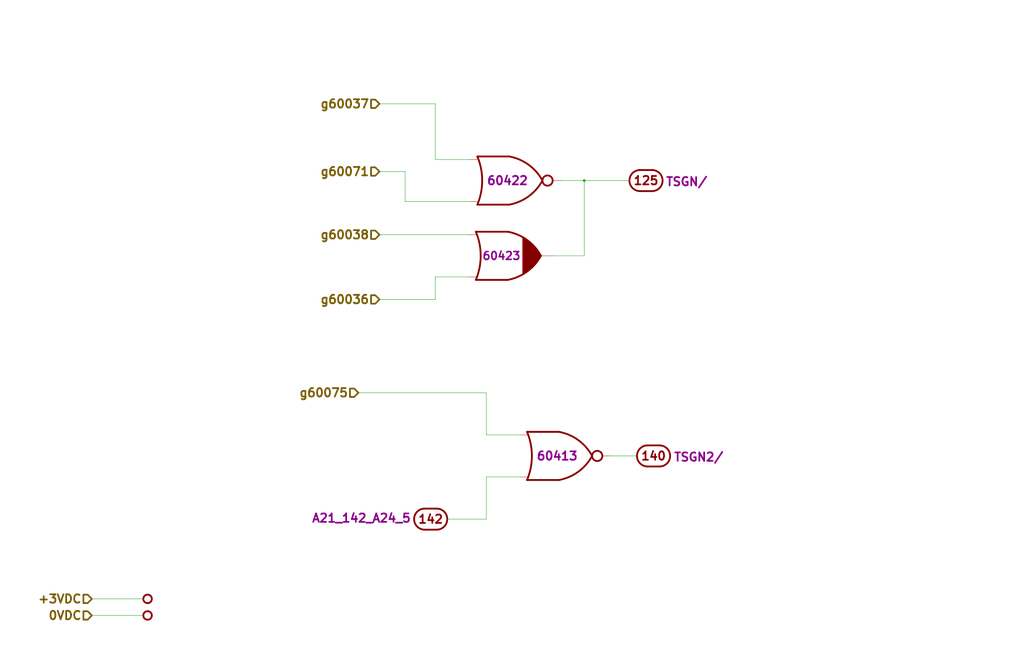
<source format=kicad_sch>
(kicad_sch (version 20211123) (generator eeschema)
  (paper "B")
  (title_block (title "BLOCK I LOGIC FLOW S, MODULE A21, DRAWING 1006556") (date "2018-11-25") (rev "Draft") (comment 1 "Modules A21"))
  (junction (at 246.38 76.2))
  (wire (pts (xy 183.515 43.815) (xy 183.515 67.31)))
  (wire (pts (xy 257.81 192.405) (xy 268.605 192.405)))
  (wire (pts (xy 160.02 72.39) (xy 170.815 72.39)))
  (wire (pts (xy 205.105 165.735) (xy 151.13 165.735)))
  (wire (pts (xy 170.815 72.39) (xy 170.815 85.09)))
  (wire (pts (xy 183.515 67.31) (xy 198.12 67.31)))
  (wire (pts (xy 205.105 183.515) (xy 205.105 165.735)))
  (wire (pts (xy 160.02 99.06) (xy 197.485 99.06)))
  (wire (pts (xy 183.515 126.365) (xy 183.515 116.84)))
  (wire (pts (xy 160.02 126.365) (xy 183.515 126.365)))
  (wire (pts (xy 38.735 252.73) (xy 60.325 252.73)))
  (wire (pts (xy 160.02 43.815) (xy 183.515 43.815)))
  (wire (pts (xy 236.855 76.2) (xy 246.38 76.2)))
  (wire (pts (xy 170.815 85.09) (xy 198.12 85.09)))
  (wire (pts (xy 183.515 116.84) (xy 197.485 116.84)))
  (wire (pts (xy 38.735 259.715) (xy 60.325 259.715)))
  (wire (pts (xy 219.075 201.295) (xy 205.105 201.295)))
  (wire (pts (xy 205.105 219.075) (xy 188.595 219.075)))
  (wire (pts (xy 233.68 107.95) (xy 246.38 107.95)))
  (wire (pts (xy 205.105 201.295) (xy 205.105 219.075)))
  (wire (pts (xy 246.38 107.95) (xy 246.38 76.2)))
  (wire (pts (xy 246.38 76.2) (xy 265.43 76.2)))
  (wire (pts (xy 219.075 183.515) (xy 205.105 183.515)))
  (hierarchical_label "g60036" (shape input) (at 160.02 126.365 180) (effects (font (size 3.556 3.556) (thickness 0.7112) bold)))
  (hierarchical_label "g60037" (shape input) (at 160.02 43.815 180) (effects (font (size 3.556 3.556) (thickness 0.7112) bold)))
  (hierarchical_label "g60075" (shape input) (at 151.13 165.735 180) (effects (font (size 3.556 3.556) (thickness 0.7112) bold)))
  (hierarchical_label "+3VDC" (shape input) (at 38.735 252.73 180) (effects (font (size 3.556 3.556) (thickness 0.7112) bold)))
  (hierarchical_label "0VDC" (shape input) (at 38.735 259.715 180) (effects (font (size 3.556 3.556) (thickness 0.7112) bold)))
  (hierarchical_label "g60038" (shape input) (at 160.02 99.06 180) (effects (font (size 3.556 3.556) (thickness 0.7112) bold)))
  (hierarchical_label "g60071" (shape input) (at 160.02 72.39 180) (effects (font (size 3.556 3.556) (thickness 0.7112) bold)))
  (symbol (lib_id "D3NOR-+3VDC-0VDC-nd1021041:D3NOR-+3VDC-0VDC-nd1021041-1_5-___") (at 234.95 192.405 0) (unit 1)
    (property "Reference" "U1503" (effects hide))
    (property "Value" "D3NOR-+3VDC-0VDC-nd1021041-1_5-___" (effects hide))
    (property "Location" "60413" (at 234.95 192.405 0) (effects (font (size 3.556 3.556) bold)))
  )
  (symbol (lib_id "AGC_DSKY:ConnectorGeneric") (at 272.415 76.2 180) (unit 125)
    (property "Reference" "J1" (effects hide))
    (property "Value" "ConnectorGeneric" (effects hide))
    (property "Caption" "TSGN/" (at 289.56 74.295 0) (effects (font (size 3.556 3.556) bold) (justify bottom)))
  )
  (symbol (lib_id "D3NOR-NC-0VDC-expander-nd1021041:D3NOR-NC-0VDC-expander-nd1021041-1_5-___") (at 213.36 107.95 0) (unit 1)
    (property "Reference" "U1501" (effects hide))
    (property "Value" "D3NOR-NC-0VDC-expander-nd1021041-1_5-___" (effects hide))
    (property "Location" "60423" (at 211.455 107.95 0) (effects (font (size 3.302 3.302) bold)))
  )
  (symbol (lib_id "D3NOR-+3VDC-0VDC-nd1021041:D3NOR-+3VDC-0VDC-nd1021041-1_5-___") (at 213.995 76.2 0) (unit 1)
    (property "Reference" "U1502" (effects hide))
    (property "Value" "D3NOR-+3VDC-0VDC-nd1021041-1_5-___" (effects hide))
    (property "Location" "60422" (at 213.995 76.2 0) (effects (font (size 3.556 3.556) bold)))
  )
  (symbol (lib_id "AGC_DSKY:ConnectorGeneric") (at 181.61 219.075 0) (unit 142)
    (property "Reference" "J1" (effects hide))
    (property "Value" "ConnectorGeneric" (effects hide))
    (property "Caption" "A21_142_A24_5" (at 152.4 220.98 0) (effects (font (size 3.556 3.556) bold) (justify bottom)))
  )
  (symbol (lib_id "AGC_DSKY:ConnectorGeneric") (at 275.59 192.405 180) (unit 140)
    (property "Reference" "J1" (effects hide))
    (property "Value" "ConnectorGeneric" (effects hide))
    (property "Caption" "TSGN2/" (at 294.64 190.5 0) (effects (font (size 3.556 3.556) bold) (justify bottom)))
  )
  (symbol (lib_id "AGC_DSKY:Node2") (at 62.23 252.73 180)
    (property "Reference" "N1401" (effects hide))
    (property "Value" "Node2" (effects hide))
    (property "Caption" "+3VDC" (effects hide))
  )
  (symbol (lib_id "AGC_DSKY:Node2") (at 62.23 259.715 180)
    (property "Reference" "N1402" (effects hide))
    (property "Value" "Node2" (effects hide))
    (property "Caption" "0VDC" (effects hide))
  )
)
</source>
